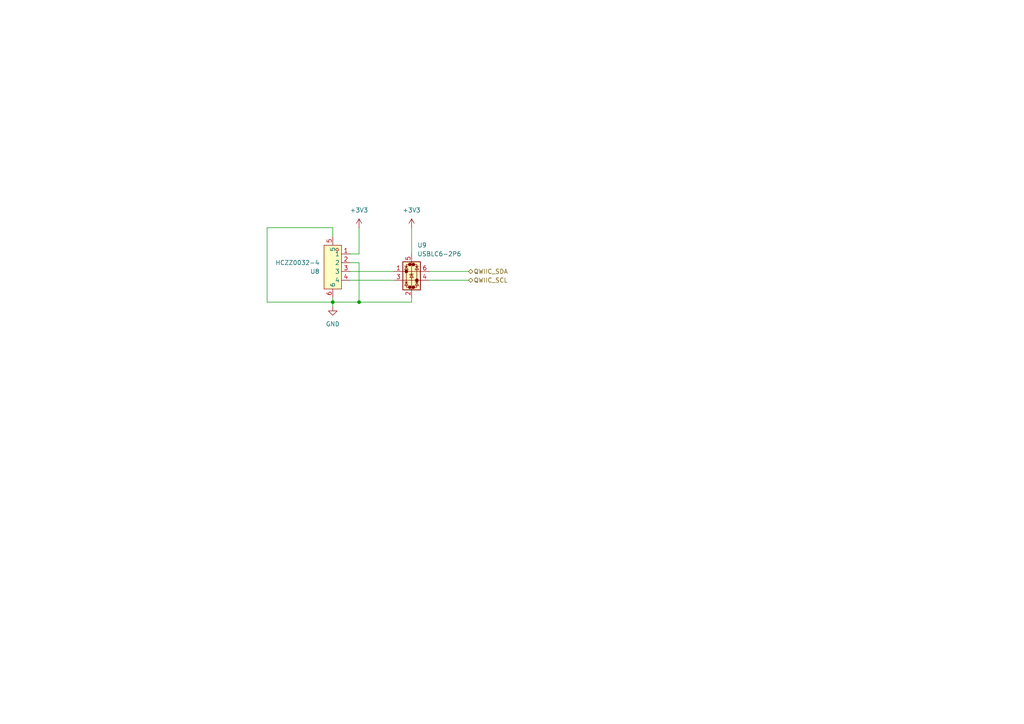
<source format=kicad_sch>
(kicad_sch (version 20250114) (generator "eeschema") (generator_version "9.0")
  (paper "A4")
  (lib_symbols
    (symbol "Power_Protection:USBLC6-2P6" (pin_names (hide yes))
      (property "Reference" "U" (at 0.635 5.715 0))
      (property "Value" "USBLC6-2P6" (at 0.635 3.81 0))
      (symbol "USBLC6-2P6_0_0"
        (circle (center -1.524 0) (radius 0.0001) (stroke (width 0.508)))
        (circle (center -0.508 2.032) (radius 0.0001) (stroke (width 0.508)))
        (circle (center -0.508 -4.572) (radius 0.0001) (stroke (width 0.508)))
        (circle (center 0.508 2.032) (radius 0.0001) (stroke (width 0.508)))
        (circle (center 0.508 -4.572) (radius 0.0001) (stroke (width 0.508)))
        (circle (center 1.524 -2.54) (radius 0.0001) (stroke (width 0.508)))
      )
      (symbol "USBLC6-2P6_0_1"
        (polyline (pts (xy -2.54 0) (xy 2.54 0)))
        (polyline (pts (xy -2.54 -2.54) (xy 2.54 -2.54)))
        (polyline (pts (xy -2.032 0.508) (xy -1.016 0.508) (xy -1.524 1.524) (xy -2.032 0.508)))
        (polyline (pts (xy -2.032 -3.048) (xy -1.016 -3.048)))
        (polyline (pts (xy -1.016 1.524) (xy -2.032 1.524)))
        (polyline (pts (xy -1.016 -4.064) (xy -2.032 -4.064) (xy -1.524 -3.048) (xy -1.016 -4.064)))
        (polyline (pts (xy -0.508 -1.143) (xy -0.508 -0.762) (xy 0.508 -0.762)))
        (polyline (pts (xy 0 2.54) (xy -0.508 2.032) (xy 0.508 2.032) (xy 0 1.524) (xy 0 -4.064) (xy -0.508 -4.572) (xy 0.508 -4.572) (xy 0 -5.08)))
        (polyline (pts (xy 0.508 -1.778) (xy -0.508 -1.778) (xy 0 -0.762) (xy 0.508 -1.778)))
        (polyline (pts (xy 1.016 1.524) (xy 2.032 1.524)))
        (polyline (pts (xy 1.016 -3.048) (xy 2.032 -3.048)))
        (polyline (pts (xy 2.032 0.508) (xy 1.016 0.508) (xy 1.524 1.524) (xy 2.032 0.508)))
        (polyline (pts (xy 2.032 -4.064) (xy 1.016 -4.064) (xy 1.524 -3.048) (xy 2.032 -4.064)))
      )
      (symbol "USBLC6-2P6_1_1"
        (rectangle (start -2.54 2.794) (end 2.54 -5.334) (stroke (width 0.254)) (fill (type background)))
        (polyline (pts (xy -0.508 2.032) (xy -1.524 2.032) (xy -1.524 -4.572) (xy -0.508 -4.572)))
        (polyline (pts (xy 0.508 -4.572) (xy 1.524 -4.572) (xy 1.524 2.032) (xy 0.508 2.032)))
        (pin passive line (at -5.08 0 0) (length 2.54) (name "I/O1") (number "1"))
        (pin passive line (at -5.08 -2.54 0) (length 2.54) (name "I/O2") (number "3"))
        (pin passive line (at 0 5.08 270) (length 2.54) (name "VBUS") (number "5"))
        (pin passive line (at 0 -7.62 90) (length 2.54) (name "GND") (number "2"))
        (pin passive line (at 5.08 0 180) (length 2.54) (name "I/O1") (number "6"))
        (pin passive line (at 5.08 -2.54 180) (length 2.54) (name "I/O2") (number "4"))
      )
    )
    (symbol "lcsc:HCZZ0032-4"
      (property "Reference" "U" (at 0 13.97 0))
      (property "Value" "HCZZ0032-4" (at 0 -13.97 0))
      (symbol "HCZZ0032-4_0_1"
        (rectangle (start -2.54 6.35) (end 2.54 -6.35) (fill (type background)))
        (circle (center -1.27 5.08) (radius 0.38))
        (pin unspecified line (at -5.08 3.81 0) (length 2.54) (name "1") (number "1"))
        (pin unspecified line (at -5.08 1.27 0) (length 2.54) (name "2") (number "2"))
        (pin unspecified line (at -5.08 -1.27 0) (length 2.54) (name "3") (number "3"))
        (pin unspecified line (at -5.08 -3.81 0) (length 2.54) (name "4") (number "4"))
        (pin unspecified line (at 0 8.89 270) (length 2.54) (name "5") (number "5"))
        (pin unspecified line (at 0 -8.89 90) (length 2.54) (name "6") (number "6"))
      )
    )
    (symbol "power:+3V3" (power) (pin_numbers (hide yes)) (pin_names (offset 0) (hide yes))
      (property "Value" "+3V3" (at 0 3.556 0))
      (symbol "+3V3_0_1"
        (polyline (pts (xy -0.762 1.27) (xy 0 2.54)))
        (polyline (pts (xy 0 2.54) (xy 0.762 1.27)))
        (polyline (pts (xy 0 0) (xy 0 2.54)))
      )
      (symbol "+3V3_1_1"
        (pin power_in line (at 0 0 90) (length 0) (name "~") (number "1"))
      )
    )
    (symbol "power:GND" (power) (pin_numbers (hide yes)) (pin_names (offset 0) (hide yes))
      (property "Value" "GND" (at 0 -3.81 0))
      (symbol "GND_0_1"
        (polyline (pts (xy 0 0) (xy 0 -1.27) (xy 1.27 -1.27) (xy 0 -2.54) (xy -1.27 -1.27) (xy 0 -1.27)))
      )
      (symbol "GND_1_1"
        (pin power_in line (at 0 0 270) (length 0) (name "~") (number "1"))
      )
    )
  )
  (junction (at 104.14 87.63))
  (junction (at 96.52 87.63))
  (wire (pts (xy 77.47 66.04) (xy 96.52 66.04)))
  (wire (pts (xy 104.14 66.04) (xy 104.14 73.66)))
  (wire (pts (xy 96.52 87.63) (xy 96.52 88.9)))
  (wire (pts (xy 96.52 66.04) (xy 96.52 68.58)))
  (wire (pts (xy 119.38 87.63) (xy 119.38 86.36)))
  (wire (pts (xy 119.38 66.04) (xy 119.38 73.66)))
  (wire (pts (xy 96.52 86.36) (xy 96.52 87.63)))
  (wire (pts (xy 104.14 76.2) (xy 104.14 87.63)))
  (wire (pts (xy 96.52 87.63) (xy 104.14 87.63)))
  (wire (pts (xy 101.6 81.28) (xy 114.3 81.28)))
  (wire (pts (xy 101.6 76.2) (xy 104.14 76.2)))
  (wire (pts (xy 104.14 87.63) (xy 119.38 87.63)))
  (wire (pts (xy 101.6 73.66) (xy 104.14 73.66)))
  (wire (pts (xy 77.47 66.04) (xy 77.47 87.63)))
  (wire (pts (xy 124.46 78.74) (xy 135.89 78.74)))
  (wire (pts (xy 124.46 81.28) (xy 135.89 81.28)))
  (wire (pts (xy 77.47 87.63) (xy 96.52 87.63)))
  (wire (pts (xy 101.6 78.74) (xy 114.3 78.74)))
  (hierarchical_label "QWIIC_SDA" (shape bidirectional) (at 135.89 78.74 0))
  (hierarchical_label "QWIIC_SCL" (shape bidirectional) (at 135.89 81.28 0))
  (symbol (lib_id "power:+3V3") (at 104.14 66.04 0) (unit 1)
    (property "Reference" "#PWR024" (effects (hide yes)))
    (property "Value" "+3V3" (at 104.14 60.96 0))
    (property "Description" "Power symbol creates a global label with name \"+3V3\"" (effects (hide yes)))
  )
  (symbol (lib_id "power:GND") (at 96.52 88.9 0) (unit 1)
    (property "Reference" "#PWR022" (effects (hide yes)))
    (property "Value" "GND" (at 96.52 93.98 0))
    (property "Description" "Power symbol creates a global label with name \"GND\" , ground" (effects (hide yes)))
  )
  (symbol (lib_id "lcsc:HCZZ0032-4") (at 96.52 77.47 0) (mirror y) (unit 1)
    (property "Reference" "U8" (at 92.71 78.7401 0) (effects (justify left)))
    (property "Value" "HCZZ0032-4" (at 92.71 76.2001 0) (effects (justify left)))
    (property "Footprint" "lcsc:CONN-SMD_HCZZ0032-4" (effects (hide yes)))
    (property "Datasheet" "https://jlcpcb.com/partdetail/HongCheng-HCZZ00324/C7433425" (effects (hide yes)))
    (property "Description" "-25℃~+85℃ 1 1A 1mm 1x4P 4 4P 50V 5mm 6.3mm Beige Copper LCP SH Surface Mount, Right Angle Tin SMD,P=1mm,Surface Mount，Right Angle Wire To Board Connector ROHS" (effects (hide yes)))
    (property "LCSC Part" "C7433425" (effects (hide yes)))
  )
  (symbol (lib_id "Power_Protection:USBLC6-2P6") (at 119.38 78.74 0) (unit 1)
    (property "Reference" "U9" (at 121.0311 71.12 0) (effects (justify left)))
    (property "Value" "USBLC6-2P6" (at 121.0311 73.66 0) (effects (justify left)))
    (property "Footprint" "Package_TO_SOT_SMD:SOT-666" (effects (hide yes)))
    (property "Datasheet" "https://jlcpcb.com/partdetail/DOWO-USBLC62P6/C22390016" (effects (hide yes)))
    (property "Description" "Very low capacitance ESD protection diode, 2 data-line, SOT-666" (effects (hide yes)))
    (property "LCSC" "C22390016" (effects (hide yes)))
    (property "FT Rotation Offset" "270" (effects (hide yes)))
  )
  (symbol (lib_id "power:+3V3") (at 119.38 66.04 0) (unit 1)
    (property "Reference" "#PWR030" (effects (hide yes)))
    (property "Value" "+3V3" (at 119.38 60.96 0))
    (property "Description" "Power symbol creates a global label with name \"+3V3\"" (effects (hide yes)))
  )
)
</source>
